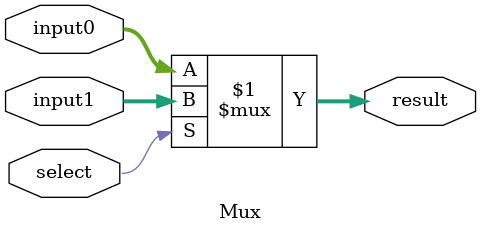
<source format=v>
module Mux(
    input [31:0] input0,
    input [31:0] input1,
    input select,
    output [31:0] result
);
    assign result = select? input1 : input0;
endmodule
</source>
